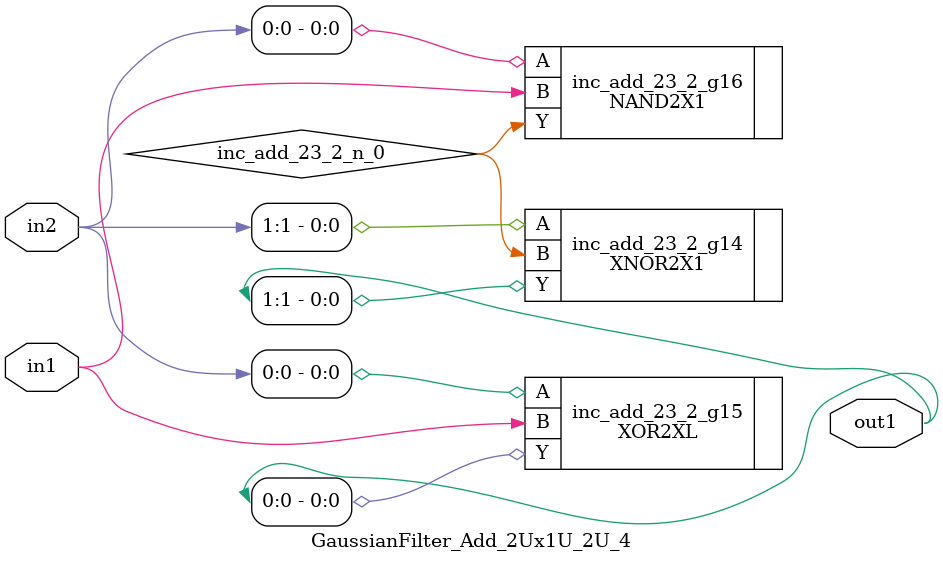
<source format=v>
`timescale 1ps / 1ps


module GaussianFilter_Add_2Ux1U_2U_4(in2, in1, out1);
  input [1:0] in2;
  input in1;
  output [1:0] out1;
  wire [1:0] in2;
  wire in1;
  wire [1:0] out1;
  wire inc_add_23_2_n_0;
  XNOR2X1 inc_add_23_2_g14(.A (in2[1]), .B (inc_add_23_2_n_0), .Y
       (out1[1]));
  XOR2XL inc_add_23_2_g15(.A (in2[0]), .B (in1), .Y (out1[0]));
  NAND2X1 inc_add_23_2_g16(.A (in2[0]), .B (in1), .Y
       (inc_add_23_2_n_0));
endmodule



</source>
